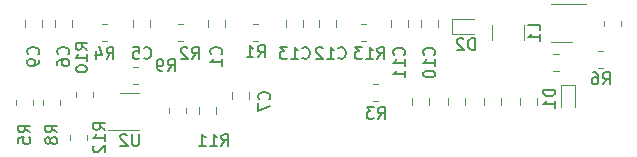
<source format=gbr>
%TF.GenerationSoftware,KiCad,Pcbnew,6.0.4-6f826c9f35~116~ubuntu20.04.1*%
%TF.CreationDate,2022-05-21T20:54:40+00:00*%
%TF.ProjectId,USTSIPM01A,55535453-4950-44d3-9031-412e6b696361,rev?*%
%TF.SameCoordinates,Original*%
%TF.FileFunction,Legend,Bot*%
%TF.FilePolarity,Positive*%
%FSLAX46Y46*%
G04 Gerber Fmt 4.6, Leading zero omitted, Abs format (unit mm)*
G04 Created by KiCad (PCBNEW 6.0.4-6f826c9f35~116~ubuntu20.04.1) date 2022-05-21 20:54:40*
%MOMM*%
%LPD*%
G01*
G04 APERTURE LIST*
%ADD10C,0.150000*%
%ADD11C,0.120000*%
G04 APERTURE END LIST*
D10*
%TO.C,R13*%
X32138857Y9199619D02*
X32472190Y9675809D01*
X32710285Y9199619D02*
X32710285Y10199619D01*
X32329333Y10199619D01*
X32234095Y10152000D01*
X32186476Y10104380D01*
X32138857Y10009142D01*
X32138857Y9866285D01*
X32186476Y9771047D01*
X32234095Y9723428D01*
X32329333Y9675809D01*
X32710285Y9675809D01*
X31186476Y9199619D02*
X31757904Y9199619D01*
X31472190Y9199619D02*
X31472190Y10199619D01*
X31567428Y10056761D01*
X31662666Y9961523D01*
X31757904Y9913904D01*
X30853142Y10199619D02*
X30234095Y10199619D01*
X30567428Y9818666D01*
X30424571Y9818666D01*
X30329333Y9771047D01*
X30281714Y9723428D01*
X30234095Y9628190D01*
X30234095Y9390095D01*
X30281714Y9294857D01*
X30329333Y9247238D01*
X30424571Y9199619D01*
X30710285Y9199619D01*
X30805523Y9247238D01*
X30853142Y9294857D01*
%TO.C,C12*%
X28836857Y9294857D02*
X28884476Y9247238D01*
X29027333Y9199619D01*
X29122571Y9199619D01*
X29265428Y9247238D01*
X29360666Y9342476D01*
X29408285Y9437714D01*
X29455904Y9628190D01*
X29455904Y9771047D01*
X29408285Y9961523D01*
X29360666Y10056761D01*
X29265428Y10152000D01*
X29122571Y10199619D01*
X29027333Y10199619D01*
X28884476Y10152000D01*
X28836857Y10104380D01*
X27884476Y9199619D02*
X28455904Y9199619D01*
X28170190Y9199619D02*
X28170190Y10199619D01*
X28265428Y10056761D01*
X28360666Y9961523D01*
X28455904Y9913904D01*
X27503523Y10104380D02*
X27455904Y10152000D01*
X27360666Y10199619D01*
X27122571Y10199619D01*
X27027333Y10152000D01*
X26979714Y10104380D01*
X26932095Y10009142D01*
X26932095Y9913904D01*
X26979714Y9771047D01*
X27551142Y9199619D01*
X26932095Y9199619D01*
%TO.C,C9*%
X3405142Y9564666D02*
X3452761Y9612285D01*
X3500380Y9755142D01*
X3500380Y9850380D01*
X3452761Y9993238D01*
X3357523Y10088476D01*
X3262285Y10136095D01*
X3071809Y10183714D01*
X2928952Y10183714D01*
X2738476Y10136095D01*
X2643238Y10088476D01*
X2548000Y9993238D01*
X2500380Y9850380D01*
X2500380Y9755142D01*
X2548000Y9612285D01*
X2595619Y9564666D01*
X3500380Y9088476D02*
X3500380Y8898000D01*
X3452761Y8802761D01*
X3405142Y8755142D01*
X3262285Y8659904D01*
X3071809Y8612285D01*
X2690857Y8612285D01*
X2595619Y8659904D01*
X2548000Y8707523D01*
X2500380Y8802761D01*
X2500380Y8993238D01*
X2548000Y9088476D01*
X2595619Y9136095D01*
X2690857Y9183714D01*
X2928952Y9183714D01*
X3024190Y9136095D01*
X3071809Y9088476D01*
X3119428Y8993238D01*
X3119428Y8802761D01*
X3071809Y8707523D01*
X3024190Y8659904D01*
X2928952Y8612285D01*
%TO.C,C13*%
X25788857Y9294857D02*
X25836476Y9247238D01*
X25979333Y9199619D01*
X26074571Y9199619D01*
X26217428Y9247238D01*
X26312666Y9342476D01*
X26360285Y9437714D01*
X26407904Y9628190D01*
X26407904Y9771047D01*
X26360285Y9961523D01*
X26312666Y10056761D01*
X26217428Y10152000D01*
X26074571Y10199619D01*
X25979333Y10199619D01*
X25836476Y10152000D01*
X25788857Y10104380D01*
X24836476Y9199619D02*
X25407904Y9199619D01*
X25122190Y9199619D02*
X25122190Y10199619D01*
X25217428Y10056761D01*
X25312666Y9961523D01*
X25407904Y9913904D01*
X24503142Y10199619D02*
X23884095Y10199619D01*
X24217428Y9818666D01*
X24074571Y9818666D01*
X23979333Y9771047D01*
X23931714Y9723428D01*
X23884095Y9628190D01*
X23884095Y9390095D01*
X23931714Y9294857D01*
X23979333Y9247238D01*
X24074571Y9199619D01*
X24360285Y9199619D01*
X24455523Y9247238D01*
X24503142Y9294857D01*
%TO.C,L1*%
X45912380Y11596666D02*
X45912380Y12072857D01*
X44912380Y12072857D01*
X45912380Y10739523D02*
X45912380Y11310952D01*
X45912380Y11025238D02*
X44912380Y11025238D01*
X45055238Y11120476D01*
X45150476Y11215714D01*
X45198095Y11310952D01*
%TO.C,D2*%
X40362095Y9961619D02*
X40362095Y10961619D01*
X40124000Y10961619D01*
X39981142Y10914000D01*
X39885904Y10818761D01*
X39838285Y10723523D01*
X39790666Y10533047D01*
X39790666Y10390190D01*
X39838285Y10199714D01*
X39885904Y10104476D01*
X39981142Y10009238D01*
X40124000Y9961619D01*
X40362095Y9961619D01*
X39409714Y10866380D02*
X39362095Y10914000D01*
X39266857Y10961619D01*
X39028761Y10961619D01*
X38933523Y10914000D01*
X38885904Y10866380D01*
X38838285Y10771142D01*
X38838285Y10675904D01*
X38885904Y10533047D01*
X39457333Y9961619D01*
X38838285Y9961619D01*
%TO.C,R1*%
X22010666Y9327619D02*
X22344000Y9803809D01*
X22582095Y9327619D02*
X22582095Y10327619D01*
X22201142Y10327619D01*
X22105904Y10280000D01*
X22058285Y10232380D01*
X22010666Y10137142D01*
X22010666Y9994285D01*
X22058285Y9899047D01*
X22105904Y9851428D01*
X22201142Y9803809D01*
X22582095Y9803809D01*
X21058285Y9327619D02*
X21629714Y9327619D01*
X21344000Y9327619D02*
X21344000Y10327619D01*
X21439238Y10184761D01*
X21534476Y10089523D01*
X21629714Y10041904D01*
%TO.C,R12*%
X9088380Y3182857D02*
X8612190Y3516190D01*
X9088380Y3754285D02*
X8088380Y3754285D01*
X8088380Y3373333D01*
X8136000Y3278095D01*
X8183619Y3230476D01*
X8278857Y3182857D01*
X8421714Y3182857D01*
X8516952Y3230476D01*
X8564571Y3278095D01*
X8612190Y3373333D01*
X8612190Y3754285D01*
X9088380Y2230476D02*
X9088380Y2801904D01*
X9088380Y2516190D02*
X8088380Y2516190D01*
X8231238Y2611428D01*
X8326476Y2706666D01*
X8374095Y2801904D01*
X8183619Y1849523D02*
X8136000Y1801904D01*
X8088380Y1706666D01*
X8088380Y1468571D01*
X8136000Y1373333D01*
X8183619Y1325714D01*
X8278857Y1278095D01*
X8374095Y1278095D01*
X8516952Y1325714D01*
X9088380Y1897142D01*
X9088380Y1278095D01*
%TO.C,C1*%
X18899142Y9564666D02*
X18946761Y9612285D01*
X18994380Y9755142D01*
X18994380Y9850380D01*
X18946761Y9993238D01*
X18851523Y10088476D01*
X18756285Y10136095D01*
X18565809Y10183714D01*
X18422952Y10183714D01*
X18232476Y10136095D01*
X18137238Y10088476D01*
X18042000Y9993238D01*
X17994380Y9850380D01*
X17994380Y9755142D01*
X18042000Y9612285D01*
X18089619Y9564666D01*
X18994380Y8612285D02*
X18994380Y9183714D01*
X18994380Y8898000D02*
X17994380Y8898000D01*
X18137238Y8993238D01*
X18232476Y9088476D01*
X18280095Y9183714D01*
%TO.C,U2*%
X11937904Y2833619D02*
X11937904Y2024095D01*
X11890285Y1928857D01*
X11842666Y1881238D01*
X11747428Y1833619D01*
X11556952Y1833619D01*
X11461714Y1881238D01*
X11414095Y1928857D01*
X11366476Y2024095D01*
X11366476Y2833619D01*
X10937904Y2738380D02*
X10890285Y2786000D01*
X10795047Y2833619D01*
X10556952Y2833619D01*
X10461714Y2786000D01*
X10414095Y2738380D01*
X10366476Y2643142D01*
X10366476Y2547904D01*
X10414095Y2405047D01*
X10985523Y1833619D01*
X10366476Y1833619D01*
%TO.C,R11*%
X18930857Y1833619D02*
X19264190Y2309809D01*
X19502285Y1833619D02*
X19502285Y2833619D01*
X19121333Y2833619D01*
X19026095Y2786000D01*
X18978476Y2738380D01*
X18930857Y2643142D01*
X18930857Y2500285D01*
X18978476Y2405047D01*
X19026095Y2357428D01*
X19121333Y2309809D01*
X19502285Y2309809D01*
X17978476Y1833619D02*
X18549904Y1833619D01*
X18264190Y1833619D02*
X18264190Y2833619D01*
X18359428Y2690761D01*
X18454666Y2595523D01*
X18549904Y2547904D01*
X17026095Y1833619D02*
X17597523Y1833619D01*
X17311809Y1833619D02*
X17311809Y2833619D01*
X17407047Y2690761D01*
X17502285Y2595523D01*
X17597523Y2547904D01*
%TO.C,R6*%
X51220666Y7041619D02*
X51554000Y7517809D01*
X51792095Y7041619D02*
X51792095Y8041619D01*
X51411142Y8041619D01*
X51315904Y7994000D01*
X51268285Y7946380D01*
X51220666Y7851142D01*
X51220666Y7708285D01*
X51268285Y7613047D01*
X51315904Y7565428D01*
X51411142Y7517809D01*
X51792095Y7517809D01*
X50363523Y8041619D02*
X50554000Y8041619D01*
X50649238Y7994000D01*
X50696857Y7946380D01*
X50792095Y7803523D01*
X50839714Y7613047D01*
X50839714Y7232095D01*
X50792095Y7136857D01*
X50744476Y7089238D01*
X50649238Y7041619D01*
X50458761Y7041619D01*
X50363523Y7089238D01*
X50315904Y7136857D01*
X50268285Y7232095D01*
X50268285Y7470190D01*
X50315904Y7565428D01*
X50363523Y7613047D01*
X50458761Y7660666D01*
X50649238Y7660666D01*
X50744476Y7613047D01*
X50792095Y7565428D01*
X50839714Y7470190D01*
%TO.C,R2*%
X16422666Y9199619D02*
X16756000Y9675809D01*
X16994095Y9199619D02*
X16994095Y10199619D01*
X16613142Y10199619D01*
X16517904Y10152000D01*
X16470285Y10104380D01*
X16422666Y10009142D01*
X16422666Y9866285D01*
X16470285Y9771047D01*
X16517904Y9723428D01*
X16613142Y9675809D01*
X16994095Y9675809D01*
X16041714Y10104380D02*
X15994095Y10152000D01*
X15898857Y10199619D01*
X15660761Y10199619D01*
X15565523Y10152000D01*
X15517904Y10104380D01*
X15470285Y10009142D01*
X15470285Y9913904D01*
X15517904Y9771047D01*
X16089333Y9199619D01*
X15470285Y9199619D01*
%TO.C,R8*%
X5024380Y2960666D02*
X4548190Y3294000D01*
X5024380Y3532095D02*
X4024380Y3532095D01*
X4024380Y3151142D01*
X4072000Y3055904D01*
X4119619Y3008285D01*
X4214857Y2960666D01*
X4357714Y2960666D01*
X4452952Y3008285D01*
X4500571Y3055904D01*
X4548190Y3151142D01*
X4548190Y3532095D01*
X4452952Y2389238D02*
X4405333Y2484476D01*
X4357714Y2532095D01*
X4262476Y2579714D01*
X4214857Y2579714D01*
X4119619Y2532095D01*
X4072000Y2484476D01*
X4024380Y2389238D01*
X4024380Y2198761D01*
X4072000Y2103523D01*
X4119619Y2055904D01*
X4214857Y2008285D01*
X4262476Y2008285D01*
X4357714Y2055904D01*
X4405333Y2103523D01*
X4452952Y2198761D01*
X4452952Y2389238D01*
X4500571Y2484476D01*
X4548190Y2532095D01*
X4643428Y2579714D01*
X4833904Y2579714D01*
X4929142Y2532095D01*
X4976761Y2484476D01*
X5024380Y2389238D01*
X5024380Y2198761D01*
X4976761Y2103523D01*
X4929142Y2055904D01*
X4833904Y2008285D01*
X4643428Y2008285D01*
X4548190Y2055904D01*
X4500571Y2103523D01*
X4452952Y2198761D01*
%TO.C,C11*%
X34393142Y9532857D02*
X34440761Y9580476D01*
X34488380Y9723333D01*
X34488380Y9818571D01*
X34440761Y9961428D01*
X34345523Y10056666D01*
X34250285Y10104285D01*
X34059809Y10151904D01*
X33916952Y10151904D01*
X33726476Y10104285D01*
X33631238Y10056666D01*
X33536000Y9961428D01*
X33488380Y9818571D01*
X33488380Y9723333D01*
X33536000Y9580476D01*
X33583619Y9532857D01*
X34488380Y8580476D02*
X34488380Y9151904D01*
X34488380Y8866190D02*
X33488380Y8866190D01*
X33631238Y8961428D01*
X33726476Y9056666D01*
X33774095Y9151904D01*
X34488380Y7628095D02*
X34488380Y8199523D01*
X34488380Y7913809D02*
X33488380Y7913809D01*
X33631238Y8009047D01*
X33726476Y8104285D01*
X33774095Y8199523D01*
%TO.C,R4*%
X9207166Y9199619D02*
X9540500Y9675809D01*
X9778595Y9199619D02*
X9778595Y10199619D01*
X9397642Y10199619D01*
X9302404Y10152000D01*
X9254785Y10104380D01*
X9207166Y10009142D01*
X9207166Y9866285D01*
X9254785Y9771047D01*
X9302404Y9723428D01*
X9397642Y9675809D01*
X9778595Y9675809D01*
X8350023Y9866285D02*
X8350023Y9199619D01*
X8588119Y10247238D02*
X8826214Y9532952D01*
X8207166Y9532952D01*
%TO.C,R5*%
X2738380Y2960666D02*
X2262190Y3294000D01*
X2738380Y3532095D02*
X1738380Y3532095D01*
X1738380Y3151142D01*
X1786000Y3055904D01*
X1833619Y3008285D01*
X1928857Y2960666D01*
X2071714Y2960666D01*
X2166952Y3008285D01*
X2214571Y3055904D01*
X2262190Y3151142D01*
X2262190Y3532095D01*
X1738380Y2055904D02*
X1738380Y2532095D01*
X2214571Y2579714D01*
X2166952Y2532095D01*
X2119333Y2436857D01*
X2119333Y2198761D01*
X2166952Y2103523D01*
X2214571Y2055904D01*
X2309809Y2008285D01*
X2547904Y2008285D01*
X2643142Y2055904D01*
X2690761Y2103523D01*
X2738380Y2198761D01*
X2738380Y2436857D01*
X2690761Y2532095D01*
X2643142Y2579714D01*
%TO.C,R9*%
X14390666Y8183619D02*
X14724000Y8659809D01*
X14962095Y8183619D02*
X14962095Y9183619D01*
X14581142Y9183619D01*
X14485904Y9136000D01*
X14438285Y9088380D01*
X14390666Y8993142D01*
X14390666Y8850285D01*
X14438285Y8755047D01*
X14485904Y8707428D01*
X14581142Y8659809D01*
X14962095Y8659809D01*
X13914476Y8183619D02*
X13724000Y8183619D01*
X13628761Y8231238D01*
X13581142Y8278857D01*
X13485904Y8421714D01*
X13438285Y8612190D01*
X13438285Y8993142D01*
X13485904Y9088380D01*
X13533523Y9136000D01*
X13628761Y9183619D01*
X13819238Y9183619D01*
X13914476Y9136000D01*
X13962095Y9088380D01*
X14009714Y8993142D01*
X14009714Y8755047D01*
X13962095Y8659809D01*
X13914476Y8612190D01*
X13819238Y8564571D01*
X13628761Y8564571D01*
X13533523Y8612190D01*
X13485904Y8659809D01*
X13438285Y8755047D01*
%TO.C,D1*%
X47188380Y6580095D02*
X46188380Y6580095D01*
X46188380Y6342000D01*
X46236000Y6199142D01*
X46331238Y6103904D01*
X46426476Y6056285D01*
X46616952Y6008666D01*
X46759809Y6008666D01*
X46950285Y6056285D01*
X47045523Y6103904D01*
X47140761Y6199142D01*
X47188380Y6342000D01*
X47188380Y6580095D01*
X47188380Y5056285D02*
X47188380Y5627714D01*
X47188380Y5342000D02*
X46188380Y5342000D01*
X46331238Y5437238D01*
X46426476Y5532476D01*
X46474095Y5627714D01*
%TO.C,C6*%
X5945142Y9564666D02*
X5992761Y9612285D01*
X6040380Y9755142D01*
X6040380Y9850380D01*
X5992761Y9993238D01*
X5897523Y10088476D01*
X5802285Y10136095D01*
X5611809Y10183714D01*
X5468952Y10183714D01*
X5278476Y10136095D01*
X5183238Y10088476D01*
X5088000Y9993238D01*
X5040380Y9850380D01*
X5040380Y9755142D01*
X5088000Y9612285D01*
X5135619Y9564666D01*
X5040380Y8707523D02*
X5040380Y8898000D01*
X5088000Y8993238D01*
X5135619Y9040857D01*
X5278476Y9136095D01*
X5468952Y9183714D01*
X5849904Y9183714D01*
X5945142Y9136095D01*
X5992761Y9088476D01*
X6040380Y8993238D01*
X6040380Y8802761D01*
X5992761Y8707523D01*
X5945142Y8659904D01*
X5849904Y8612285D01*
X5611809Y8612285D01*
X5516571Y8659904D01*
X5468952Y8707523D01*
X5421333Y8802761D01*
X5421333Y8993238D01*
X5468952Y9088476D01*
X5516571Y9136095D01*
X5611809Y9183714D01*
%TO.C,C5*%
X12358666Y9294857D02*
X12406285Y9247238D01*
X12549142Y9199619D01*
X12644380Y9199619D01*
X12787238Y9247238D01*
X12882476Y9342476D01*
X12930095Y9437714D01*
X12977714Y9628190D01*
X12977714Y9771047D01*
X12930095Y9961523D01*
X12882476Y10056761D01*
X12787238Y10152000D01*
X12644380Y10199619D01*
X12549142Y10199619D01*
X12406285Y10152000D01*
X12358666Y10104380D01*
X11453904Y10199619D02*
X11930095Y10199619D01*
X11977714Y9723428D01*
X11930095Y9771047D01*
X11834857Y9818666D01*
X11596761Y9818666D01*
X11501523Y9771047D01*
X11453904Y9723428D01*
X11406285Y9628190D01*
X11406285Y9390095D01*
X11453904Y9294857D01*
X11501523Y9247238D01*
X11596761Y9199619D01*
X11834857Y9199619D01*
X11930095Y9247238D01*
X11977714Y9294857D01*
%TO.C,R3*%
X32170666Y4119619D02*
X32504000Y4595809D01*
X32742095Y4119619D02*
X32742095Y5119619D01*
X32361142Y5119619D01*
X32265904Y5072000D01*
X32218285Y5024380D01*
X32170666Y4929142D01*
X32170666Y4786285D01*
X32218285Y4691047D01*
X32265904Y4643428D01*
X32361142Y4595809D01*
X32742095Y4595809D01*
X31837333Y5119619D02*
X31218285Y5119619D01*
X31551619Y4738666D01*
X31408761Y4738666D01*
X31313523Y4691047D01*
X31265904Y4643428D01*
X31218285Y4548190D01*
X31218285Y4310095D01*
X31265904Y4214857D01*
X31313523Y4167238D01*
X31408761Y4119619D01*
X31694476Y4119619D01*
X31789714Y4167238D01*
X31837333Y4214857D01*
%TO.C,C10*%
X36933142Y9532857D02*
X36980761Y9580476D01*
X37028380Y9723333D01*
X37028380Y9818571D01*
X36980761Y9961428D01*
X36885523Y10056666D01*
X36790285Y10104285D01*
X36599809Y10151904D01*
X36456952Y10151904D01*
X36266476Y10104285D01*
X36171238Y10056666D01*
X36076000Y9961428D01*
X36028380Y9818571D01*
X36028380Y9723333D01*
X36076000Y9580476D01*
X36123619Y9532857D01*
X37028380Y8580476D02*
X37028380Y9151904D01*
X37028380Y8866190D02*
X36028380Y8866190D01*
X36171238Y8961428D01*
X36266476Y9056666D01*
X36314095Y9151904D01*
X36028380Y7961428D02*
X36028380Y7866190D01*
X36076000Y7770952D01*
X36123619Y7723333D01*
X36218857Y7675714D01*
X36409333Y7628095D01*
X36647428Y7628095D01*
X36837904Y7675714D01*
X36933142Y7723333D01*
X36980761Y7770952D01*
X37028380Y7866190D01*
X37028380Y7961428D01*
X36980761Y8056666D01*
X36933142Y8104285D01*
X36837904Y8151904D01*
X36647428Y8199523D01*
X36409333Y8199523D01*
X36218857Y8151904D01*
X36123619Y8104285D01*
X36076000Y8056666D01*
X36028380Y7961428D01*
%TO.C,C7*%
X22963142Y5754666D02*
X23010761Y5802285D01*
X23058380Y5945142D01*
X23058380Y6040380D01*
X23010761Y6183238D01*
X22915523Y6278476D01*
X22820285Y6326095D01*
X22629809Y6373714D01*
X22486952Y6373714D01*
X22296476Y6326095D01*
X22201238Y6278476D01*
X22106000Y6183238D01*
X22058380Y6040380D01*
X22058380Y5945142D01*
X22106000Y5802285D01*
X22153619Y5754666D01*
X22058380Y5421333D02*
X22058380Y4754666D01*
X23058380Y5183238D01*
%TO.C,R10*%
X7583130Y9975107D02*
X7106940Y10308440D01*
X7583130Y10546535D02*
X6583130Y10546535D01*
X6583130Y10165583D01*
X6630750Y10070345D01*
X6678369Y10022726D01*
X6773607Y9975107D01*
X6916464Y9975107D01*
X7011702Y10022726D01*
X7059321Y10070345D01*
X7106940Y10165583D01*
X7106940Y10546535D01*
X7583130Y9022726D02*
X7583130Y9594154D01*
X7583130Y9308440D02*
X6583130Y9308440D01*
X6725988Y9403678D01*
X6821226Y9498916D01*
X6868845Y9594154D01*
X6583130Y8403678D02*
X6583130Y8308440D01*
X6630750Y8213202D01*
X6678369Y8165583D01*
X6773607Y8117964D01*
X6964083Y8070345D01*
X7202178Y8070345D01*
X7392654Y8117964D01*
X7487892Y8165583D01*
X7535511Y8213202D01*
X7583130Y8308440D01*
X7583130Y8403678D01*
X7535511Y8498916D01*
X7487892Y8546535D01*
X7392654Y8594154D01*
X7202178Y8641773D01*
X6964083Y8641773D01*
X6773607Y8594154D01*
X6678369Y8546535D01*
X6630750Y8498916D01*
X6583130Y8403678D01*
D11*
%TO.C,R13*%
X30760936Y12165000D02*
X31215064Y12165000D01*
X30760936Y10695000D02*
X31215064Y10695000D01*
%TO.C,C12*%
X27205000Y11930748D02*
X27205000Y12453252D01*
X28675000Y11930748D02*
X28675000Y12453252D01*
%TO.C,C9*%
X3783000Y11930748D02*
X3783000Y12453252D01*
X2313000Y11930748D02*
X2313000Y12453252D01*
%TO.C,C13*%
X25881000Y11930748D02*
X25881000Y12453252D01*
X24411000Y11930748D02*
X24411000Y12453252D01*
%TO.C,C14*%
X42645000Y5849252D02*
X42645000Y5326748D01*
X41175000Y5849252D02*
X41175000Y5326748D01*
%TO.C,L1*%
X41820000Y10827936D02*
X41820000Y12032064D01*
X44540000Y10827936D02*
X44540000Y12032064D01*
%TO.C,D2*%
X40324000Y12538000D02*
X38474000Y12538000D01*
X38474000Y11338000D02*
X38474000Y12538000D01*
X40324000Y11338000D02*
X38474000Y11338000D01*
%TO.C,R1*%
X21616936Y12165000D02*
X22071064Y12165000D01*
X21616936Y10695000D02*
X22071064Y10695000D01*
%TO.C,C3*%
X44223000Y5849252D02*
X44223000Y5326748D01*
X45693000Y5849252D02*
X45693000Y5326748D01*
%TO.C,R12*%
X6123000Y2312936D02*
X6123000Y2767064D01*
X7593000Y2312936D02*
X7593000Y2767064D01*
%TO.C,C15*%
X38127000Y5849252D02*
X38127000Y5326748D01*
X39597000Y5849252D02*
X39597000Y5326748D01*
%TO.C,C1*%
X17807000Y11930748D02*
X17807000Y12453252D01*
X19277000Y11930748D02*
X19277000Y12453252D01*
%TO.C,U2*%
X11157250Y6301250D02*
X11957250Y6301250D01*
X11157250Y3181250D02*
X9357250Y3181250D01*
X11157250Y3181250D02*
X11957250Y3181250D01*
X11157250Y6301250D02*
X10357250Y6301250D01*
%TO.C,R11*%
X15975000Y4598936D02*
X15975000Y5053064D01*
X14505000Y4598936D02*
X14505000Y5053064D01*
%TO.C,R6*%
X50826936Y9879000D02*
X51281064Y9879000D01*
X50826936Y8409000D02*
X51281064Y8409000D01*
%TO.C,R2*%
X15266936Y12165000D02*
X15721064Y12165000D01*
X15266936Y10695000D02*
X15721064Y10695000D01*
%TO.C,R8*%
X3818250Y5730314D02*
X3818250Y5276186D01*
X5288250Y5730314D02*
X5288250Y5276186D01*
%TO.C,C11*%
X34771000Y11930748D02*
X34771000Y12453252D01*
X33301000Y11930748D02*
X33301000Y12453252D01*
%TO.C,C8*%
X17045000Y5087252D02*
X17045000Y4564748D01*
X18515000Y5087252D02*
X18515000Y4564748D01*
%TO.C,R4*%
X8813436Y10695000D02*
X9267564Y10695000D01*
X8813436Y12165000D02*
X9267564Y12165000D01*
%TO.C,C4*%
X35079000Y5849252D02*
X35079000Y5326748D01*
X36549000Y5849252D02*
X36549000Y5326748D01*
%TO.C,R5*%
X1532250Y5276186D02*
X1532250Y5730314D01*
X3002250Y5276186D02*
X3002250Y5730314D01*
%TO.C,R7*%
X52805000Y11964936D02*
X52805000Y12419064D01*
X51335000Y11964936D02*
X51335000Y12419064D01*
%TO.C,R9*%
X11438186Y8524250D02*
X11892314Y8524250D01*
X11438186Y7054250D02*
X11892314Y7054250D01*
%TO.C,D1*%
X47660000Y5142000D02*
X47660000Y6992000D01*
X48860000Y5142000D02*
X48860000Y6992000D01*
X47660000Y6992000D02*
X48860000Y6992000D01*
%TO.C,C6*%
X4853000Y11930748D02*
X4853000Y12453252D01*
X6323000Y11930748D02*
X6323000Y12453252D01*
%TO.C,U3*%
X48652000Y10582000D02*
X46852000Y10582000D01*
X46852000Y13802000D02*
X49802000Y13802000D01*
%TO.C,C5*%
X11457000Y11930748D02*
X11457000Y12453252D01*
X12927000Y11930748D02*
X12927000Y12453252D01*
%TO.C,R3*%
X31776936Y5615000D02*
X32231064Y5615000D01*
X31776936Y7085000D02*
X32231064Y7085000D01*
%TO.C,C10*%
X35841000Y11930748D02*
X35841000Y12453252D01*
X37311000Y11930748D02*
X37311000Y12453252D01*
%TO.C,C2*%
X46982748Y8155000D02*
X47505252Y8155000D01*
X46982748Y9625000D02*
X47505252Y9625000D01*
%TO.C,C7*%
X21309000Y6357252D02*
X21309000Y5834748D01*
X19839000Y6357252D02*
X19839000Y5834748D01*
%TO.C,R10*%
X6631000Y5972436D02*
X6631000Y6426564D01*
X8101000Y5972436D02*
X8101000Y6426564D01*
%TD*%
M02*

</source>
